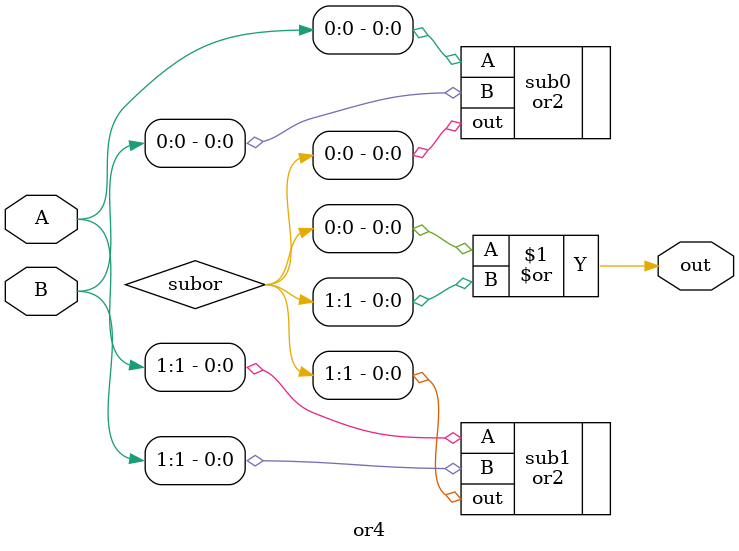
<source format=v>
module or4 (A, B, out);
    
    input [1:0] A;
    input [1:0] B;
    
    output out;
    
    wire [1:0] subor;
    
    or2 sub0 (.A(A[0]), .B(B[0]), .out(subor[0]));
    or2 sub1 (.A(A[1]), .B(B[1]), .out(subor[1]));
    
    assign out = subor[0] | subor[1];
    
endmodule

</source>
